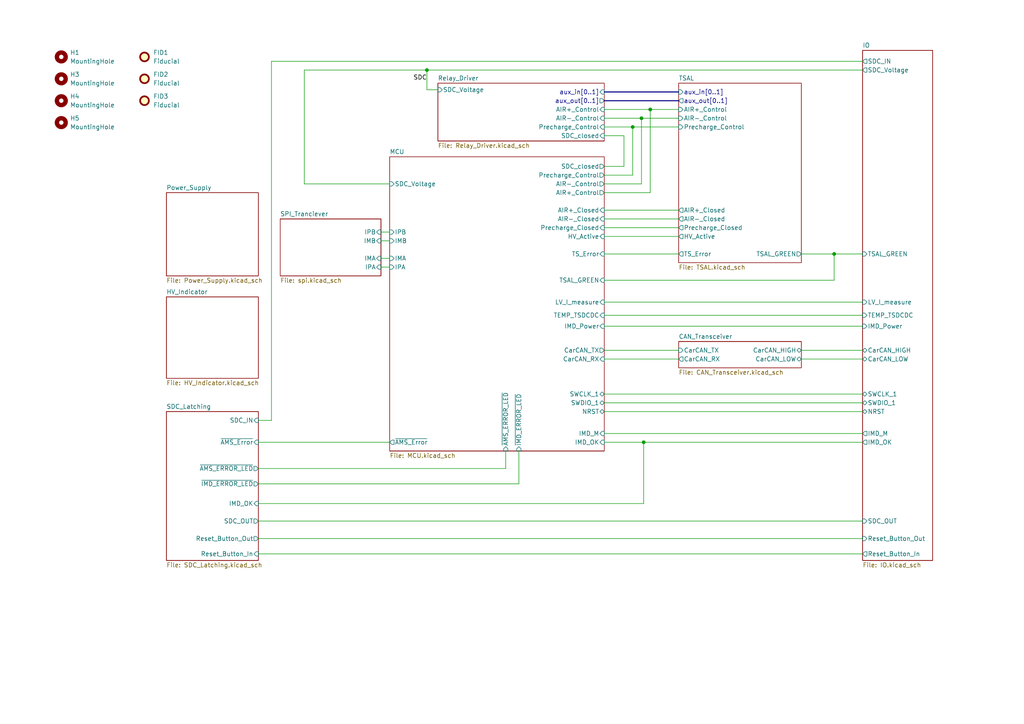
<source format=kicad_sch>
(kicad_sch
	(version 20231120)
	(generator "eeschema")
	(generator_version "8.0")
	(uuid "e63e39d7-6ac0-4ffd-8aa3-1841a4541b55")
	(paper "A4")
	(lib_symbols
		(symbol "Mechanical:Fiducial"
			(exclude_from_sim yes)
			(in_bom no)
			(on_board yes)
			(property "Reference" "FID"
				(at 0 5.08 0)
				(effects
					(font
						(size 1.27 1.27)
					)
				)
			)
			(property "Value" "Fiducial"
				(at 0 3.175 0)
				(effects
					(font
						(size 1.27 1.27)
					)
				)
			)
			(property "Footprint" ""
				(at 0 0 0)
				(effects
					(font
						(size 1.27 1.27)
					)
					(hide yes)
				)
			)
			(property "Datasheet" "~"
				(at 0 0 0)
				(effects
					(font
						(size 1.27 1.27)
					)
					(hide yes)
				)
			)
			(property "Description" "Fiducial Marker"
				(at 0 0 0)
				(effects
					(font
						(size 1.27 1.27)
					)
					(hide yes)
				)
			)
			(property "ki_keywords" "fiducial marker"
				(at 0 0 0)
				(effects
					(font
						(size 1.27 1.27)
					)
					(hide yes)
				)
			)
			(property "ki_fp_filters" "Fiducial*"
				(at 0 0 0)
				(effects
					(font
						(size 1.27 1.27)
					)
					(hide yes)
				)
			)
			(symbol "Fiducial_0_1"
				(circle
					(center 0 0)
					(radius 1.27)
					(stroke
						(width 0.508)
						(type default)
					)
					(fill
						(type background)
					)
				)
			)
		)
		(symbol "Mechanical:MountingHole"
			(pin_names
				(offset 1.016)
			)
			(exclude_from_sim yes)
			(in_bom no)
			(on_board yes)
			(property "Reference" "H"
				(at 0 5.08 0)
				(effects
					(font
						(size 1.27 1.27)
					)
				)
			)
			(property "Value" "MountingHole"
				(at 0 3.175 0)
				(effects
					(font
						(size 1.27 1.27)
					)
				)
			)
			(property "Footprint" ""
				(at 0 0 0)
				(effects
					(font
						(size 1.27 1.27)
					)
					(hide yes)
				)
			)
			(property "Datasheet" "~"
				(at 0 0 0)
				(effects
					(font
						(size 1.27 1.27)
					)
					(hide yes)
				)
			)
			(property "Description" "Mounting Hole without connection"
				(at 0 0 0)
				(effects
					(font
						(size 1.27 1.27)
					)
					(hide yes)
				)
			)
			(property "ki_keywords" "mounting hole"
				(at 0 0 0)
				(effects
					(font
						(size 1.27 1.27)
					)
					(hide yes)
				)
			)
			(property "ki_fp_filters" "MountingHole*"
				(at 0 0 0)
				(effects
					(font
						(size 1.27 1.27)
					)
					(hide yes)
				)
			)
			(symbol "MountingHole_0_1"
				(circle
					(center 0 0)
					(radius 1.27)
					(stroke
						(width 1.27)
						(type default)
					)
					(fill
						(type none)
					)
				)
			)
		)
	)
	(junction
		(at 241.935 73.66)
		(diameter 0)
		(color 0 0 0 0)
		(uuid "0a7f7cff-c29b-4cc6-9d26-e8a073329d15")
	)
	(junction
		(at 123.825 20.32)
		(diameter 0)
		(color 0 0 0 0)
		(uuid "408fafc3-a377-41a0-b7ba-93182cde2895")
	)
	(junction
		(at 186.69 128.27)
		(diameter 0)
		(color 0 0 0 0)
		(uuid "44793ef5-ff1a-4dd7-a42e-e257f8b8042e")
	)
	(junction
		(at 188.595 31.75)
		(diameter 0)
		(color 0 0 0 0)
		(uuid "4978de48-824e-4da0-ad6c-6a4aefa3ff9d")
	)
	(junction
		(at 183.515 36.83)
		(diameter 0)
		(color 0 0 0 0)
		(uuid "7c350bc1-d08e-421e-9df9-7d582d023d7d")
	)
	(junction
		(at 186.055 34.29)
		(diameter 0)
		(color 0 0 0 0)
		(uuid "a1e57cfd-14f7-4329-8eff-f9f55eb71a7d")
	)
	(wire
		(pts
			(xy 180.975 48.26) (xy 180.975 39.37)
		)
		(stroke
			(width 0)
			(type default)
		)
		(uuid "07f9dc8d-c0d0-4dc9-8401-f12e87290517")
	)
	(wire
		(pts
			(xy 188.595 55.88) (xy 188.595 31.75)
		)
		(stroke
			(width 0)
			(type default)
		)
		(uuid "161c37ee-859e-408a-bfc2-59491a96f951")
	)
	(wire
		(pts
			(xy 175.26 36.83) (xy 183.515 36.83)
		)
		(stroke
			(width 0)
			(type default)
		)
		(uuid "1860a00d-f6ff-4922-be20-059a8da73e09")
	)
	(wire
		(pts
			(xy 175.26 94.615) (xy 250.19 94.615)
		)
		(stroke
			(width 0)
			(type default)
		)
		(uuid "18e14012-8379-44ba-bc03-22592befc89a")
	)
	(wire
		(pts
			(xy 175.26 128.27) (xy 186.69 128.27)
		)
		(stroke
			(width 0)
			(type default)
		)
		(uuid "1b75a20a-67f1-4c22-93ad-86624ea64c65")
	)
	(wire
		(pts
			(xy 186.055 34.29) (xy 196.85 34.29)
		)
		(stroke
			(width 0)
			(type default)
		)
		(uuid "1db01ef0-e8ca-4592-b2d3-07fb736a1c26")
	)
	(wire
		(pts
			(xy 110.49 67.31) (xy 113.03 67.31)
		)
		(stroke
			(width 0)
			(type default)
		)
		(uuid "24f82c31-79c3-42d8-ae53-1dfc0417f292")
	)
	(wire
		(pts
			(xy 186.69 128.27) (xy 186.69 146.05)
		)
		(stroke
			(width 0)
			(type default)
		)
		(uuid "30e997bf-188f-4d9b-bd84-fbf9b303fdbc")
	)
	(bus
		(pts
			(xy 175.26 29.21) (xy 196.85 29.21)
		)
		(stroke
			(width 0)
			(type default)
		)
		(uuid "31ffb8c5-4965-42af-9ed5-2cde8d5c615d")
	)
	(wire
		(pts
			(xy 175.26 31.75) (xy 188.595 31.75)
		)
		(stroke
			(width 0)
			(type default)
		)
		(uuid "32c45256-301b-4d4b-9c80-908f3eaa6645")
	)
	(wire
		(pts
			(xy 78.74 17.78) (xy 250.19 17.78)
		)
		(stroke
			(width 0)
			(type default)
		)
		(uuid "39b04c6a-a164-49f1-abea-a3a32285d465")
	)
	(wire
		(pts
			(xy 175.26 81.28) (xy 241.935 81.28)
		)
		(stroke
			(width 0)
			(type default)
		)
		(uuid "3aeadea1-001e-4433-96d3-f973553a40ce")
	)
	(wire
		(pts
			(xy 88.265 53.34) (xy 113.03 53.34)
		)
		(stroke
			(width 0)
			(type default)
		)
		(uuid "43ff35e9-7cd8-4f62-aee2-70328842afeb")
	)
	(wire
		(pts
			(xy 74.93 156.21) (xy 250.19 156.21)
		)
		(stroke
			(width 0)
			(type default)
		)
		(uuid "4c72069e-2911-45fc-ac82-d63dbffe3b04")
	)
	(wire
		(pts
			(xy 183.515 36.83) (xy 183.515 50.8)
		)
		(stroke
			(width 0)
			(type default)
		)
		(uuid "4ec701c3-5b60-44fd-aa98-394de6f7caab")
	)
	(wire
		(pts
			(xy 188.595 31.75) (xy 196.85 31.75)
		)
		(stroke
			(width 0)
			(type default)
		)
		(uuid "51e28119-6df5-4157-ad5a-a917e8c3b6f3")
	)
	(wire
		(pts
			(xy 232.41 104.14) (xy 250.19 104.14)
		)
		(stroke
			(width 0)
			(type default)
		)
		(uuid "52f50848-80d1-428f-ab45-bb31bf0b1bf9")
	)
	(wire
		(pts
			(xy 110.49 77.47) (xy 113.03 77.47)
		)
		(stroke
			(width 0)
			(type default)
		)
		(uuid "54692d45-1676-44b5-883b-2bc41b0fdb8c")
	)
	(wire
		(pts
			(xy 74.93 140.335) (xy 150.495 140.335)
		)
		(stroke
			(width 0)
			(type default)
		)
		(uuid "56636031-e736-471a-aef1-0ac263156ba7")
	)
	(wire
		(pts
			(xy 175.26 73.66) (xy 196.85 73.66)
		)
		(stroke
			(width 0)
			(type default)
		)
		(uuid "59c97f32-e3dc-44cd-97bd-a21f9f2761ed")
	)
	(wire
		(pts
			(xy 175.26 50.8) (xy 183.515 50.8)
		)
		(stroke
			(width 0)
			(type default)
		)
		(uuid "619d8902-06d2-4923-bb65-cfa8d092be87")
	)
	(wire
		(pts
			(xy 74.93 128.27) (xy 113.03 128.27)
		)
		(stroke
			(width 0)
			(type default)
		)
		(uuid "6d2f0521-9da9-4af2-a499-d52735120f75")
	)
	(wire
		(pts
			(xy 110.49 69.85) (xy 113.03 69.85)
		)
		(stroke
			(width 0)
			(type default)
		)
		(uuid "6f739289-0d73-4828-8ed9-0bb5278b8b5b")
	)
	(wire
		(pts
			(xy 150.495 130.81) (xy 150.495 140.335)
		)
		(stroke
			(width 0)
			(type default)
		)
		(uuid "6f995fe1-0166-4ccb-ab08-e9ce4b1480ae")
	)
	(wire
		(pts
			(xy 175.26 114.3) (xy 250.19 114.3)
		)
		(stroke
			(width 0)
			(type default)
		)
		(uuid "72de219e-ea5c-4118-91e1-aa7450812977")
	)
	(wire
		(pts
			(xy 175.26 119.38) (xy 250.19 119.38)
		)
		(stroke
			(width 0)
			(type default)
		)
		(uuid "750042e4-ec72-4b72-a7a1-170d65b6a550")
	)
	(wire
		(pts
			(xy 74.93 121.92) (xy 78.74 121.92)
		)
		(stroke
			(width 0)
			(type default)
		)
		(uuid "78a24785-3b42-46fa-9caf-3fc007c85f2c")
	)
	(wire
		(pts
			(xy 241.935 73.66) (xy 250.19 73.66)
		)
		(stroke
			(width 0)
			(type default)
		)
		(uuid "79c4682b-6f04-465e-bf87-1364ab0de3e5")
	)
	(wire
		(pts
			(xy 241.935 73.66) (xy 241.935 81.28)
		)
		(stroke
			(width 0)
			(type default)
		)
		(uuid "7bf839f6-fe27-416f-b4fb-8b45d66e9c7a")
	)
	(wire
		(pts
			(xy 175.26 53.34) (xy 186.055 53.34)
		)
		(stroke
			(width 0)
			(type default)
		)
		(uuid "7eae9a3b-04d0-4025-90cb-4b284bd379ef")
	)
	(wire
		(pts
			(xy 123.825 26.035) (xy 127 26.035)
		)
		(stroke
			(width 0)
			(type default)
		)
		(uuid "7fe8261e-9374-4542-8746-31b48c970009")
	)
	(wire
		(pts
			(xy 88.265 20.32) (xy 88.265 53.34)
		)
		(stroke
			(width 0)
			(type default)
		)
		(uuid "86c8f75c-d22e-41f4-9b54-7366753afa46")
	)
	(wire
		(pts
			(xy 175.26 66.04) (xy 196.85 66.04)
		)
		(stroke
			(width 0)
			(type default)
		)
		(uuid "879ccb09-3504-4864-9c31-833d63a283d6")
	)
	(wire
		(pts
			(xy 175.26 34.29) (xy 186.055 34.29)
		)
		(stroke
			(width 0)
			(type default)
		)
		(uuid "8893e1cb-365b-4c9c-a85e-2244f030fd1e")
	)
	(wire
		(pts
			(xy 110.49 74.93) (xy 113.03 74.93)
		)
		(stroke
			(width 0)
			(type default)
		)
		(uuid "8b1d64f7-3258-49b4-92aa-93c8541190ba")
	)
	(wire
		(pts
			(xy 232.41 73.66) (xy 241.935 73.66)
		)
		(stroke
			(width 0)
			(type default)
		)
		(uuid "8f2e9e26-e3f1-440c-a826-c9d96000f0ea")
	)
	(wire
		(pts
			(xy 186.69 128.27) (xy 250.19 128.27)
		)
		(stroke
			(width 0)
			(type default)
		)
		(uuid "970ec349-aa6c-4058-9a8a-06f8b0ada789")
	)
	(wire
		(pts
			(xy 123.825 20.32) (xy 123.825 26.035)
		)
		(stroke
			(width 0)
			(type default)
		)
		(uuid "9eaca443-67c5-43d3-a2cb-8dc2134d743d")
	)
	(wire
		(pts
			(xy 175.26 87.63) (xy 250.19 87.63)
		)
		(stroke
			(width 0)
			(type default)
		)
		(uuid "a07ba9bc-6ee6-4356-918f-f47ec7cc369e")
	)
	(wire
		(pts
			(xy 74.93 160.655) (xy 250.19 160.655)
		)
		(stroke
			(width 0)
			(type default)
		)
		(uuid "a14d2587-5011-4932-895b-968b85fb9c29")
	)
	(wire
		(pts
			(xy 175.26 125.73) (xy 250.19 125.73)
		)
		(stroke
			(width 0)
			(type default)
		)
		(uuid "a268a543-1d94-4c7d-9e93-681aa6017876")
	)
	(wire
		(pts
			(xy 175.26 68.58) (xy 196.85 68.58)
		)
		(stroke
			(width 0)
			(type default)
		)
		(uuid "b509a92c-b91c-4e42-b9e3-f73c6491975d")
	)
	(wire
		(pts
			(xy 175.26 101.6) (xy 196.85 101.6)
		)
		(stroke
			(width 0)
			(type default)
		)
		(uuid "bbd9a530-d966-44db-b792-6b8364074399")
	)
	(wire
		(pts
			(xy 183.515 36.83) (xy 196.85 36.83)
		)
		(stroke
			(width 0)
			(type default)
		)
		(uuid "bd7c142b-1b4a-4e3e-891a-2fc7994c4031")
	)
	(wire
		(pts
			(xy 180.975 39.37) (xy 175.26 39.37)
		)
		(stroke
			(width 0)
			(type default)
		)
		(uuid "c4a85f6c-5ba7-40d8-af18-4a31720497a2")
	)
	(wire
		(pts
			(xy 175.26 116.84) (xy 250.19 116.84)
		)
		(stroke
			(width 0)
			(type default)
		)
		(uuid "c7fe1963-cd78-4101-8ef6-6dcc644a8e7d")
	)
	(wire
		(pts
			(xy 175.26 91.44) (xy 250.19 91.44)
		)
		(stroke
			(width 0)
			(type default)
		)
		(uuid "cca14e52-daa2-472f-b950-9a1276c72fee")
	)
	(bus
		(pts
			(xy 175.26 26.67) (xy 196.85 26.67)
		)
		(stroke
			(width 0)
			(type default)
		)
		(uuid "cea651cf-4b09-4040-866b-09f29baccde7")
	)
	(wire
		(pts
			(xy 74.93 151.13) (xy 250.19 151.13)
		)
		(stroke
			(width 0)
			(type default)
		)
		(uuid "d0c6c499-7a00-48b4-bd4b-891bbdb16994")
	)
	(wire
		(pts
			(xy 146.685 135.89) (xy 146.685 130.81)
		)
		(stroke
			(width 0)
			(type default)
		)
		(uuid "d316bfb3-2c73-4ff1-84e3-75c482cbfaa2")
	)
	(wire
		(pts
			(xy 175.26 104.14) (xy 196.85 104.14)
		)
		(stroke
			(width 0)
			(type default)
		)
		(uuid "d53b8b6f-dec9-4a34-9e59-6fc2f5bafc6c")
	)
	(wire
		(pts
			(xy 175.26 63.5) (xy 196.85 63.5)
		)
		(stroke
			(width 0)
			(type default)
		)
		(uuid "d88aee4c-fb2b-496d-98dc-785013c70a8c")
	)
	(wire
		(pts
			(xy 180.975 48.26) (xy 175.26 48.26)
		)
		(stroke
			(width 0)
			(type default)
		)
		(uuid "df7a4fb7-c0df-4747-a51c-5b6d57141fc8")
	)
	(wire
		(pts
			(xy 74.93 135.89) (xy 146.685 135.89)
		)
		(stroke
			(width 0)
			(type default)
		)
		(uuid "e0757bcb-e970-4f03-94f2-6301484ac229")
	)
	(wire
		(pts
			(xy 123.825 20.32) (xy 250.19 20.32)
		)
		(stroke
			(width 0)
			(type default)
		)
		(uuid "e4022d97-9262-4b9e-8880-03a4afd73d19")
	)
	(wire
		(pts
			(xy 74.93 146.05) (xy 186.69 146.05)
		)
		(stroke
			(width 0)
			(type default)
		)
		(uuid "ea203829-7c79-4d55-8c55-d3d8ecb641ef")
	)
	(wire
		(pts
			(xy 88.265 20.32) (xy 123.825 20.32)
		)
		(stroke
			(width 0)
			(type default)
		)
		(uuid "ec66eea5-ae96-4bf7-93db-2f86111f3986")
	)
	(wire
		(pts
			(xy 78.74 17.78) (xy 78.74 121.92)
		)
		(stroke
			(width 0)
			(type default)
		)
		(uuid "ef04e179-1035-430f-b8a3-37f6edb09c73")
	)
	(wire
		(pts
			(xy 232.41 101.6) (xy 250.19 101.6)
		)
		(stroke
			(width 0)
			(type default)
		)
		(uuid "f4eb62d3-6998-4510-806f-341547b3745d")
	)
	(wire
		(pts
			(xy 186.055 34.29) (xy 186.055 53.34)
		)
		(stroke
			(width 0)
			(type default)
		)
		(uuid "f883506b-40b7-4a33-8b08-87bb566721c7")
	)
	(wire
		(pts
			(xy 175.26 60.96) (xy 196.85 60.96)
		)
		(stroke
			(width 0)
			(type default)
		)
		(uuid "f9d34e50-92ea-47a4-8b48-a188792d1fba")
	)
	(wire
		(pts
			(xy 175.26 55.88) (xy 188.595 55.88)
		)
		(stroke
			(width 0)
			(type default)
		)
		(uuid "fa484b90-07b7-4a9e-9fea-6e2a33d9559c")
	)
	(label "SDC"
		(at 123.825 23.495 180)
		(fields_autoplaced yes)
		(effects
			(font
				(size 1.27 1.27)
				(color 0 0 0 1)
			)
			(justify right bottom)
		)
		(uuid "5a0c03f1-96bf-4aa0-a982-95eb41ebc984")
		(property "Netclass" "Relay"
			(at 123.825 24.765 0)
			(effects
				(font
					(size 1.27 1.27)
					(bold yes)
					(italic yes)
				)
				(justify right)
				(hide yes)
			)
		)
	)
	(symbol
		(lib_id "Mechanical:MountingHole")
		(at 17.78 16.51 0)
		(unit 1)
		(exclude_from_sim yes)
		(in_bom no)
		(on_board yes)
		(dnp no)
		(fields_autoplaced yes)
		(uuid "0a967dcf-cf87-4b53-bafc-12025984e67b")
		(property "Reference" "H1"
			(at 20.32 15.2399 0)
			(effects
				(font
					(size 1.27 1.27)
				)
				(justify left)
			)
		)
		(property "Value" "MountingHole"
			(at 20.32 17.7799 0)
			(effects
				(font
					(size 1.27 1.27)
				)
				(justify left)
			)
		)
		(property "Footprint" "MountingHole:MountingHole_3.2mm_M3"
			(at 17.78 16.51 0)
			(effects
				(font
					(size 1.27 1.27)
				)
				(hide yes)
			)
		)
		(property "Datasheet" "~"
			(at 17.78 16.51 0)
			(effects
				(font
					(size 1.27 1.27)
				)
				(hide yes)
			)
		)
		(property "Description" "Mounting Hole without connection"
			(at 17.78 16.51 0)
			(effects
				(font
					(size 1.27 1.27)
				)
				(hide yes)
			)
		)
		(instances
			(project "Master_FT25"
				(path "/e63e39d7-6ac0-4ffd-8aa3-1841a4541b55"
					(reference "H1")
					(unit 1)
				)
			)
		)
	)
	(symbol
		(lib_id "Mechanical:MountingHole")
		(at 17.78 35.56 0)
		(unit 1)
		(exclude_from_sim yes)
		(in_bom no)
		(on_board yes)
		(dnp no)
		(fields_autoplaced yes)
		(uuid "0b072f1d-7d2e-416a-a533-7e5d8d8d6b40")
		(property "Reference" "H5"
			(at 20.32 34.2899 0)
			(effects
				(font
					(size 1.27 1.27)
				)
				(justify left)
			)
		)
		(property "Value" "MountingHole"
			(at 20.32 36.8299 0)
			(effects
				(font
					(size 1.27 1.27)
				)
				(justify left)
			)
		)
		(property "Footprint" "MountingHole:MountingHole_3.2mm_M3"
			(at 17.78 35.56 0)
			(effects
				(font
					(size 1.27 1.27)
				)
				(hide yes)
			)
		)
		(property "Datasheet" "~"
			(at 17.78 35.56 0)
			(effects
				(font
					(size 1.27 1.27)
				)
				(hide yes)
			)
		)
		(property "Description" "Mounting Hole without connection"
			(at 17.78 35.56 0)
			(effects
				(font
					(size 1.27 1.27)
				)
				(hide yes)
			)
		)
		(instances
			(project "Master_FT25"
				(path "/e63e39d7-6ac0-4ffd-8aa3-1841a4541b55"
					(reference "H5")
					(unit 1)
				)
			)
		)
	)
	(symbol
		(lib_id "Mechanical:Fiducial")
		(at 41.91 29.21 0)
		(unit 1)
		(exclude_from_sim yes)
		(in_bom no)
		(on_board yes)
		(dnp no)
		(fields_autoplaced yes)
		(uuid "20cdaa43-65c8-4542-a3d9-8381e50d7078")
		(property "Reference" "FID3"
			(at 44.45 27.9399 0)
			(effects
				(font
					(size 1.27 1.27)
				)
				(justify left)
			)
		)
		(property "Value" "Fiducial"
			(at 44.45 30.4799 0)
			(effects
				(font
					(size 1.27 1.27)
				)
				(justify left)
			)
		)
		(property "Footprint" "Fiducial:Fiducial_1mm_Mask2mm"
			(at 41.91 29.21 0)
			(effects
				(font
					(size 1.27 1.27)
				)
				(hide yes)
			)
		)
		(property "Datasheet" "~"
			(at 41.91 29.21 0)
			(effects
				(font
					(size 1.27 1.27)
				)
				(hide yes)
			)
		)
		(property "Description" "Fiducial Marker"
			(at 41.91 29.21 0)
			(effects
				(font
					(size 1.27 1.27)
				)
				(hide yes)
			)
		)
		(instances
			(project "Master_FT25"
				(path "/e63e39d7-6ac0-4ffd-8aa3-1841a4541b55"
					(reference "FID3")
					(unit 1)
				)
			)
		)
	)
	(symbol
		(lib_id "Mechanical:Fiducial")
		(at 41.91 16.51 0)
		(unit 1)
		(exclude_from_sim yes)
		(in_bom no)
		(on_board yes)
		(dnp no)
		(fields_autoplaced yes)
		(uuid "45741e40-abdc-4d50-b317-939a5201ace5")
		(property "Reference" "FID1"
			(at 44.45 15.2399 0)
			(effects
				(font
					(size 1.27 1.27)
				)
				(justify left)
			)
		)
		(property "Value" "Fiducial"
			(at 44.45 17.7799 0)
			(effects
				(font
					(size 1.27 1.27)
				)
				(justify left)
			)
		)
		(property "Footprint" "Fiducial:Fiducial_1mm_Mask2mm"
			(at 41.91 16.51 0)
			(effects
				(font
					(size 1.27 1.27)
				)
				(hide yes)
			)
		)
		(property "Datasheet" "~"
			(at 41.91 16.51 0)
			(effects
				(font
					(size 1.27 1.27)
				)
				(hide yes)
			)
		)
		(property "Description" "Fiducial Marker"
			(at 41.91 16.51 0)
			(effects
				(font
					(size 1.27 1.27)
				)
				(hide yes)
			)
		)
		(instances
			(project "Master_FT25"
				(path "/e63e39d7-6ac0-4ffd-8aa3-1841a4541b55"
					(reference "FID1")
					(unit 1)
				)
			)
		)
	)
	(symbol
		(lib_id "Mechanical:MountingHole")
		(at 17.78 29.21 0)
		(unit 1)
		(exclude_from_sim yes)
		(in_bom no)
		(on_board yes)
		(dnp no)
		(fields_autoplaced yes)
		(uuid "6301e002-599c-4024-b369-a435c3498b7e")
		(property "Reference" "H4"
			(at 20.32 27.9399 0)
			(effects
				(font
					(size 1.27 1.27)
				)
				(justify left)
			)
		)
		(property "Value" "MountingHole"
			(at 20.32 30.4799 0)
			(effects
				(font
					(size 1.27 1.27)
				)
				(justify left)
			)
		)
		(property "Footprint" "MountingHole:MountingHole_3.2mm_M3"
			(at 17.78 29.21 0)
			(effects
				(font
					(size 1.27 1.27)
				)
				(hide yes)
			)
		)
		(property "Datasheet" "~"
			(at 17.78 29.21 0)
			(effects
				(font
					(size 1.27 1.27)
				)
				(hide yes)
			)
		)
		(property "Description" "Mounting Hole without connection"
			(at 17.78 29.21 0)
			(effects
				(font
					(size 1.27 1.27)
				)
				(hide yes)
			)
		)
		(instances
			(project "Master_FT25"
				(path "/e63e39d7-6ac0-4ffd-8aa3-1841a4541b55"
					(reference "H4")
					(unit 1)
				)
			)
		)
	)
	(symbol
		(lib_id "Mechanical:Fiducial")
		(at 41.91 22.86 0)
		(unit 1)
		(exclude_from_sim yes)
		(in_bom no)
		(on_board yes)
		(dnp no)
		(fields_autoplaced yes)
		(uuid "b3151b57-7e28-4545-b8a5-8cfdf967461d")
		(property "Reference" "FID2"
			(at 44.45 21.5899 0)
			(effects
				(font
					(size 1.27 1.27)
				)
				(justify left)
			)
		)
		(property "Value" "Fiducial"
			(at 44.45 24.1299 0)
			(effects
				(font
					(size 1.27 1.27)
				)
				(justify left)
			)
		)
		(property "Footprint" "Fiducial:Fiducial_1mm_Mask2mm"
			(at 41.91 22.86 0)
			(effects
				(font
					(size 1.27 1.27)
				)
				(hide yes)
			)
		)
		(property "Datasheet" "~"
			(at 41.91 22.86 0)
			(effects
				(font
					(size 1.27 1.27)
				)
				(hide yes)
			)
		)
		(property "Description" "Fiducial Marker"
			(at 41.91 22.86 0)
			(effects
				(font
					(size 1.27 1.27)
				)
				(hide yes)
			)
		)
		(instances
			(project "Master_FT25"
				(path "/e63e39d7-6ac0-4ffd-8aa3-1841a4541b55"
					(reference "FID2")
					(unit 1)
				)
			)
		)
	)
	(symbol
		(lib_id "Mechanical:MountingHole")
		(at 17.78 22.86 0)
		(unit 1)
		(exclude_from_sim yes)
		(in_bom no)
		(on_board yes)
		(dnp no)
		(fields_autoplaced yes)
		(uuid "d1527598-7f4d-46c2-9d81-1aa748b9fa8d")
		(property "Reference" "H3"
			(at 20.32 21.5899 0)
			(effects
				(font
					(size 1.27 1.27)
				)
				(justify left)
			)
		)
		(property "Value" "MountingHole"
			(at 20.32 24.1299 0)
			(effects
				(font
					(size 1.27 1.27)
				)
				(justify left)
			)
		)
		(property "Footprint" "MountingHole:MountingHole_3.2mm_M3"
			(at 17.78 22.86 0)
			(effects
				(font
					(size 1.27 1.27)
				)
				(hide yes)
			)
		)
		(property "Datasheet" "~"
			(at 17.78 22.86 0)
			(effects
				(font
					(size 1.27 1.27)
				)
				(hide yes)
			)
		)
		(property "Description" "Mounting Hole without connection"
			(at 17.78 22.86 0)
			(effects
				(font
					(size 1.27 1.27)
				)
				(hide yes)
			)
		)
		(instances
			(project "Master_FT25"
				(path "/e63e39d7-6ac0-4ffd-8aa3-1841a4541b55"
					(reference "H3")
					(unit 1)
				)
			)
		)
	)
	(sheet
		(at 48.26 119.38)
		(size 26.67 43.18)
		(fields_autoplaced yes)
		(stroke
			(width 0.1524)
			(type solid)
		)
		(fill
			(color 0 0 0 0.0000)
		)
		(uuid "1faf3ef0-baac-46e1-a293-a43d671ef048")
		(property "Sheetname" "SDC_Latching"
			(at 48.26 118.6684 0)
			(effects
				(font
					(size 1.27 1.27)
				)
				(justify left bottom)
			)
		)
		(property "Sheetfile" "SDC_Latching.kicad_sch"
			(at 48.26 163.1446 0)
			(effects
				(font
					(size 1.27 1.27)
				)
				(justify left top)
			)
		)
		(pin "Reset_Button_In" input
			(at 74.93 160.655 0)
			(effects
				(font
					(size 1.27 1.27)
				)
				(justify right)
			)
			(uuid "d29d350b-902b-4201-b78d-3987c1d43101")
		)
		(pin "Reset_Button_Out" output
			(at 74.93 156.21 0)
			(effects
				(font
					(size 1.27 1.27)
				)
				(justify right)
			)
			(uuid "b3467c47-149f-4dd6-96a3-1425c5e65cd6")
		)
		(pin "SDC_OUT" output
			(at 74.93 151.13 0)
			(effects
				(font
					(size 1.27 1.27)
				)
				(justify right)
			)
			(uuid "04195bc4-f957-489b-8e05-747e1a2601f4")
		)
		(pin "SDC_IN" input
			(at 74.93 121.92 0)
			(effects
				(font
					(size 1.27 1.27)
				)
				(justify right)
			)
			(uuid "92e1de3b-0808-4574-9811-f75c22fccddf")
		)
		(pin "~{AMS_Error}" input
			(at 74.93 128.27 0)
			(effects
				(font
					(size 1.27 1.27)
				)
				(justify right)
			)
			(uuid "d4f4818d-c3c7-4eeb-9c52-aad858d58f30")
		)
		(pin "IMD_OK" input
			(at 74.93 146.05 0)
			(effects
				(font
					(size 1.27 1.27)
				)
				(justify right)
			)
			(uuid "44e26c19-37fa-4e80-adb7-6f8f90521f09")
		)
		(pin "~{AMS_ERROR_LED}" output
			(at 74.93 135.89 0)
			(effects
				(font
					(size 1.27 1.27)
				)
				(justify right)
			)
			(uuid "db873ff3-3fa6-46f9-acf2-1776292c3326")
		)
		(pin "~{IMD_ERROR_LED}" output
			(at 74.93 140.335 0)
			(effects
				(font
					(size 1.27 1.27)
				)
				(justify right)
			)
			(uuid "1e0ea0b3-c0a4-42d3-b88d-ab6314267023")
		)
		(instances
			(project "Master_FT25"
				(path "/e63e39d7-6ac0-4ffd-8aa3-1841a4541b55"
					(page "10")
				)
			)
		)
	)
	(sheet
		(at 48.26 55.88)
		(size 26.67 24.13)
		(fields_autoplaced yes)
		(stroke
			(width 0.1524)
			(type solid)
		)
		(fill
			(color 0 0 0 0.0000)
		)
		(uuid "22dc17c4-8352-43f2-bb65-d704323b2333")
		(property "Sheetname" "Power_Supply"
			(at 48.26 55.1684 0)
			(effects
				(font
					(size 1.27 1.27)
				)
				(justify left bottom)
			)
		)
		(property "Sheetfile" "Power_Supply.kicad_sch"
			(at 48.26 80.5946 0)
			(effects
				(font
					(size 1.27 1.27)
				)
				(justify left top)
			)
		)
		(instances
			(project "Master_FT25"
				(path "/e63e39d7-6ac0-4ffd-8aa3-1841a4541b55"
					(page "8")
				)
			)
		)
	)
	(sheet
		(at 196.85 24.13)
		(size 35.56 52.07)
		(fields_autoplaced yes)
		(stroke
			(width 0.1524)
			(type solid)
		)
		(fill
			(color 0 0 0 0.0000)
		)
		(uuid "5ce1aa0c-f98f-4b94-80bd-f188cf4c57de")
		(property "Sheetname" "TSAL"
			(at 196.85 23.4184 0)
			(effects
				(font
					(size 1.27 1.27)
				)
				(justify left bottom)
			)
		)
		(property "Sheetfile" "TSAL.kicad_sch"
			(at 196.85 76.7846 0)
			(effects
				(font
					(size 1.27 1.27)
				)
				(justify left top)
			)
		)
		(pin "AIR-_Closed" output
			(at 196.85 63.5 180)
			(effects
				(font
					(size 1.27 1.27)
				)
				(justify left)
			)
			(uuid "7f4f978d-1e5d-4a43-b1bf-c4fa7649bd7e")
		)
		(pin "AIR-_Control" input
			(at 196.85 34.29 180)
			(effects
				(font
					(size 1.27 1.27)
				)
				(justify left)
			)
			(uuid "14206ec6-7d56-4612-a521-5201573867ec")
		)
		(pin "AIR+_Control" input
			(at 196.85 31.75 180)
			(effects
				(font
					(size 1.27 1.27)
				)
				(justify left)
			)
			(uuid "97639659-6003-4e23-b4ab-f30326d3a9e4")
		)
		(pin "AIR+_Closed" output
			(at 196.85 60.96 180)
			(effects
				(font
					(size 1.27 1.27)
				)
				(justify left)
			)
			(uuid "6395d9db-d4bc-4c2e-9617-d5b2bf2defa3")
		)
		(pin "HV_Active" output
			(at 196.85 68.58 180)
			(effects
				(font
					(size 1.27 1.27)
				)
				(justify left)
			)
			(uuid "9bc0c846-6b29-4e4d-a0d2-1bffadd4b174")
		)
		(pin "TS_Error" output
			(at 196.85 73.66 180)
			(effects
				(font
					(size 1.27 1.27)
				)
				(justify left)
			)
			(uuid "2448d2bd-f095-4512-bdbb-8c68f77aacaa")
		)
		(pin "Precharge_Closed" output
			(at 196.85 66.04 180)
			(effects
				(font
					(size 1.27 1.27)
				)
				(justify left)
			)
			(uuid "93060461-877f-42a6-80bd-dbb98ff86726")
		)
		(pin "Precharge_Control" input
			(at 196.85 36.83 180)
			(effects
				(font
					(size 1.27 1.27)
				)
				(justify left)
			)
			(uuid "1df4d53f-ddfd-42ee-ba3c-fb3c93ade126")
		)
		(pin "TSAL_GREEN" output
			(at 232.41 73.66 0)
			(effects
				(font
					(size 1.27 1.27)
				)
				(justify right)
			)
			(uuid "a160ed03-0ccc-4e23-a6c8-c4e67a7fba77")
		)
		(pin "aux_out[0..1]" output
			(at 196.85 29.21 180)
			(effects
				(font
					(size 1.27 1.27)
				)
				(justify left)
			)
			(uuid "3a27ae30-de5a-46bd-a378-0d864f446364")
		)
		(pin "aux_in[0..1]" input
			(at 196.85 26.67 180)
			(effects
				(font
					(size 1.27 1.27)
				)
				(justify left)
			)
			(uuid "40a61cef-d24c-4c64-82db-a7cffd21fb17")
		)
		(instances
			(project "Master_FT25"
				(path "/e63e39d7-6ac0-4ffd-8aa3-1841a4541b55"
					(page "2")
				)
			)
		)
	)
	(sheet
		(at 48.26 86.106)
		(size 26.67 23.622)
		(fields_autoplaced yes)
		(stroke
			(width 0.1524)
			(type solid)
		)
		(fill
			(color 0 0 0 0.0000)
		)
		(uuid "79aa61b0-3913-4dd5-85ac-a55bcc701429")
		(property "Sheetname" "HV_Indicator"
			(at 48.26 85.3944 0)
			(effects
				(font
					(size 1.27 1.27)
				)
				(justify left bottom)
			)
		)
		(property "Sheetfile" "HV_Indicator.kicad_sch"
			(at 48.26 110.3126 0)
			(effects
				(font
					(size 1.27 1.27)
				)
				(justify left top)
			)
		)
		(instances
			(project "Master_FT25"
				(path "/e63e39d7-6ac0-4ffd-8aa3-1841a4541b55"
					(page "11")
				)
			)
		)
	)
	(sheet
		(at 81.28 63.5)
		(size 29.21 16.51)
		(fields_autoplaced yes)
		(stroke
			(width 0.1524)
			(type solid)
		)
		(fill
			(color 0 0 0 0.0000)
		)
		(uuid "7ea6d794-d6f7-459d-b00f-ed5a8a0446d9")
		(property "Sheetname" "SPI_Tranciever"
			(at 81.28 62.7884 0)
			(effects
				(font
					(size 1.27 1.27)
				)
				(justify left bottom)
			)
		)
		(property "Sheetfile" "spi.kicad_sch"
			(at 81.28 80.5946 0)
			(effects
				(font
					(size 1.27 1.27)
				)
				(justify left top)
			)
		)
		(pin "IPB" input
			(at 110.49 67.31 0)
			(effects
				(font
					(size 1.27 1.27)
				)
				(justify right)
			)
			(uuid "12d18ded-a9ec-4a47-a265-cb4b48bd9928")
		)
		(pin "IMB" input
			(at 110.49 69.85 0)
			(effects
				(font
					(size 1.27 1.27)
				)
				(justify right)
			)
			(uuid "4f5cbb16-21f4-4acb-beed-5735b597fc51")
		)
		(pin "IMA" input
			(at 110.49 74.93 0)
			(effects
				(font
					(size 1.27 1.27)
				)
				(justify right)
			)
			(uuid "fd58e044-12b4-4992-9f63-d59e347d92a5")
		)
		(pin "IPA" input
			(at 110.49 77.47 0)
			(effects
				(font
					(size 1.27 1.27)
				)
				(justify right)
			)
			(uuid "212208da-4d93-4618-932d-5d0895edf826")
		)
		(instances
			(project "Master_FT25"
				(path "/e63e39d7-6ac0-4ffd-8aa3-1841a4541b55"
					(page "15")
				)
			)
		)
	)
	(sheet
		(at 127 24.13)
		(size 48.26 16.764)
		(fields_autoplaced yes)
		(stroke
			(width 0.1524)
			(type solid)
		)
		(fill
			(color 0 0 0 0.0000)
		)
		(uuid "95b8e8bb-175b-4c26-b28f-f18dafbb4793")
		(property "Sheetname" "Relay_Driver"
			(at 127 23.4184 0)
			(effects
				(font
					(size 1.27 1.27)
				)
				(justify left bottom)
			)
		)
		(property "Sheetfile" "Relay_Driver.kicad_sch"
			(at 127 41.4786 0)
			(effects
				(font
					(size 1.27 1.27)
				)
				(justify left top)
			)
		)
		(pin "AIR-_Control" input
			(at 175.26 34.29 0)
			(effects
				(font
					(size 1.27 1.27)
				)
				(justify right)
			)
			(uuid "7edf1e41-024c-4116-abe5-cfef0d5a0efc")
		)
		(pin "AIR+_Control" input
			(at 175.26 31.75 0)
			(effects
				(font
					(size 1.27 1.27)
				)
				(justify right)
			)
			(uuid "6e3f7547-4f06-4521-bf16-8b7f213f0b60")
		)
		(pin "Precharge_Control" input
			(at 175.26 36.83 0)
			(effects
				(font
					(size 1.27 1.27)
				)
				(justify right)
			)
			(uuid "64c41c50-b9c1-41ea-996a-a9c20799ff11")
		)
		(pin "SDC_Voltage" input
			(at 127 26.035 180)
			(effects
				(font
					(size 1.27 1.27)
				)
				(justify left)
			)
			(uuid "4d634957-f32f-40f3-8540-70e44430ba5a")
		)
		(pin "SDC_closed" input
			(at 175.26 39.37 0)
			(effects
				(font
					(size 1.27 1.27)
				)
				(justify right)
			)
			(uuid "4c65f1ce-a9bc-4c5f-8403-bedb975d8eb2")
		)
		(pin "aux_in[0..1]" input
			(at 175.26 26.67 0)
			(effects
				(font
					(size 1.27 1.27)
				)
				(justify right)
			)
			(uuid "a0072623-1ad2-4c3d-b0d5-098bfbb311da")
		)
		(pin "aux_out[0..1]" output
			(at 175.26 29.21 0)
			(effects
				(font
					(size 1.27 1.27)
				)
				(justify right)
			)
			(uuid "0fc7ea67-b071-4358-a645-c58a41afe997")
		)
		(instances
			(project "Master_FT25"
				(path "/e63e39d7-6ac0-4ffd-8aa3-1841a4541b55"
					(page "9")
				)
			)
		)
	)
	(sheet
		(at 113.03 45.466)
		(size 62.23 85.344)
		(fields_autoplaced yes)
		(stroke
			(width 0.1524)
			(type solid)
		)
		(fill
			(color 0 0 0 0.0000)
		)
		(uuid "9b70877c-37a9-427a-bda0-c62874ddc559")
		(property "Sheetname" "MCU"
			(at 113.03 44.7544 0)
			(effects
				(font
					(size 1.27 1.27)
				)
				(justify left bottom)
			)
		)
		(property "Sheetfile" "MCU.kicad_sch"
			(at 113.03 131.3946 0)
			(effects
				(font
					(size 1.27 1.27)
				)
				(justify left top)
			)
		)
		(pin "CarCAN_TX" output
			(at 175.26 101.6 0)
			(effects
				(font
					(size 1.27 1.27)
				)
				(justify right)
			)
			(uuid "f47ef6c8-b550-4302-a5a7-6ab5a6184e74")
		)
		(pin "SWCLK_1" bidirectional
			(at 175.26 114.3 0)
			(effects
				(font
					(size 1.27 1.27)
				)
				(justify right)
			)
			(uuid "605a061b-4108-46bb-8fff-97cfb674055b")
		)
		(pin "SWDIO_1" bidirectional
			(at 175.26 116.84 0)
			(effects
				(font
					(size 1.27 1.27)
				)
				(justify right)
			)
			(uuid "92a776b3-e16c-4951-958d-ef2fb53709a9")
		)
		(pin "CarCAN_RX" input
			(at 175.26 104.14 0)
			(effects
				(font
					(size 1.27 1.27)
				)
				(justify right)
			)
			(uuid "04553aed-dc09-4ba7-a9b1-ab4eaf95146d")
		)
		(pin "AIR+_Control" output
			(at 175.26 55.88 0)
			(effects
				(font
					(size 1.27 1.27)
				)
				(justify right)
			)
			(uuid "2269f88f-a85c-4266-ac04-95bf13eb0efd")
		)
		(pin "AIR-_Control" output
			(at 175.26 53.34 0)
			(effects
				(font
					(size 1.27 1.27)
				)
				(justify right)
			)
			(uuid "d79f89ef-7e64-42d3-9138-46893922b4a9")
		)
		(pin "HV_Active" input
			(at 175.26 68.58 0)
			(effects
				(font
					(size 1.27 1.27)
				)
				(justify right)
			)
			(uuid "c20f76e0-182a-4af7-a081-ae1f520a5b95")
		)
		(pin "AIR+_Closed" input
			(at 175.26 60.96 0)
			(effects
				(font
					(size 1.27 1.27)
				)
				(justify right)
			)
			(uuid "125a1f4f-2acf-4cea-9a03-25b35d16fb96")
		)
		(pin "AIR-_Closed" input
			(at 175.26 63.5 0)
			(effects
				(font
					(size 1.27 1.27)
				)
				(justify right)
			)
			(uuid "fbfd2a87-a250-44fd-96a7-e8079404fc85")
		)
		(pin "SDC_Voltage" input
			(at 113.03 53.34 180)
			(effects
				(font
					(size 1.27 1.27)
				)
				(justify left)
			)
			(uuid "3329bc08-3485-4d06-b547-eed9d73de875")
		)
		(pin "IMD_OK" input
			(at 175.26 128.27 0)
			(effects
				(font
					(size 1.27 1.27)
				)
				(justify right)
			)
			(uuid "2f1fce94-ecdd-445f-a70b-53aa628f7126")
		)
		(pin "TS_Error" input
			(at 175.26 73.66 0)
			(effects
				(font
					(size 1.27 1.27)
				)
				(justify right)
			)
			(uuid "e3623c8f-21c5-4339-8297-19f16439a3f4")
		)
		(pin "IMD_M" input
			(at 175.26 125.73 0)
			(effects
				(font
					(size 1.27 1.27)
				)
				(justify right)
			)
			(uuid "8bae7699-4069-414c-8d5a-73d7082e11e5")
		)
		(pin "Precharge_Control" output
			(at 175.26 50.8 0)
			(effects
				(font
					(size 1.27 1.27)
				)
				(justify right)
			)
			(uuid "cdca4c58-1262-4bde-80f4-02b467f8aafe")
		)
		(pin "Precharge_Closed" input
			(at 175.26 66.04 0)
			(effects
				(font
					(size 1.27 1.27)
				)
				(justify right)
			)
			(uuid "f2f0c2fe-7ac4-4a48-bfa7-9d0e6e156dc7")
		)
		(pin "~{AMS_Error}" output
			(at 113.03 128.27 180)
			(effects
				(font
					(size 1.27 1.27)
				)
				(justify left)
			)
			(uuid "65e84e94-ce74-43d6-a40c-f2a3cd2a6ac8")
		)
		(pin "IMB" input
			(at 113.03 69.85 180)
			(effects
				(font
					(size 1.27 1.27)
				)
				(justify left)
			)
			(uuid "9695f347-9a45-415a-a0c0-c9817bf10ea3")
		)
		(pin "IMA" input
			(at 113.03 74.93 180)
			(effects
				(font
					(size 1.27 1.27)
				)
				(justify left)
			)
			(uuid "a62c6dcb-8b7d-4a24-adec-3aba3d84e6ab")
		)
		(pin "IPA" input
			(at 113.03 77.47 180)
			(effects
				(font
					(size 1.27 1.27)
				)
				(justify left)
			)
			(uuid "409a6711-a53b-4ad0-a904-98393d158eed")
		)
		(pin "IPB" input
			(at 113.03 67.31 180)
			(effects
				(font
					(size 1.27 1.27)
				)
				(justify left)
			)
			(uuid "a0783acc-e661-4dd4-bb10-3985abf0e608")
		)
		(pin "~{IMD_ERROR_LED}" input
			(at 150.495 130.81 270)
			(effects
				(font
					(size 1.27 1.27)
				)
				(justify left)
			)
			(uuid "3c6c52fa-82f4-40f6-8656-08db2fe24843")
		)
		(pin "~{AMS_ERROR_LED}" input
			(at 146.685 130.81 270)
			(effects
				(font
					(size 1.27 1.27)
				)
				(justify left)
			)
			(uuid "98921bb8-c18c-427f-8b3d-3fbc3b24206d")
		)
		(pin "TSAL_GREEN" input
			(at 175.26 81.28 0)
			(effects
				(font
					(size 1.27 1.27)
				)
				(justify right)
			)
			(uuid "c8c1c101-9fca-4c91-b1ff-0ae7a322ed0e")
		)
		(pin "IMD_Power" input
			(at 175.26 94.615 0)
			(effects
				(font
					(size 1.27 1.27)
				)
				(justify right)
			)
			(uuid "b5f88973-9cf9-48af-a376-4344bfa40928")
		)
		(pin "NRST" bidirectional
			(at 175.26 119.38 0)
			(effects
				(font
					(size 1.27 1.27)
				)
				(justify right)
			)
			(uuid "e05a939d-5d9f-44c5-82f0-715cf4d59192")
		)
		(pin "TEMP_TSDCDC" input
			(at 175.26 91.44 0)
			(effects
				(font
					(size 1.27 1.27)
				)
				(justify right)
			)
			(uuid "bad1f67e-a092-4c65-b87d-da69f8343546")
		)
		(pin "LV_I_measure" input
			(at 175.26 87.63 0)
			(effects
				(font
					(size 1.27 1.27)
				)
				(justify right)
			)
			(uuid "df232280-6528-402f-ac89-b7daf1a541da")
		)
		(pin "SDC_closed" output
			(at 175.26 48.26 0)
			(effects
				(font
					(size 1.27 1.27)
				)
				(justify right)
			)
			(uuid "4a5bc6b5-50fc-478c-97e0-cca7410217ca")
		)
		(instances
			(project "Master_FT25"
				(path "/e63e39d7-6ac0-4ffd-8aa3-1841a4541b55"
					(page "7")
				)
			)
		)
	)
	(sheet
		(at 196.85 99.06)
		(size 35.56 7.62)
		(fields_autoplaced yes)
		(stroke
			(width 0.1524)
			(type solid)
		)
		(fill
			(color 0 0 0 0.0000)
		)
		(uuid "c358f375-f19f-4341-b85b-3ee34c210f74")
		(property "Sheetname" "CAN_Transceiver"
			(at 196.85 98.3484 0)
			(effects
				(font
					(size 1.27 1.27)
				)
				(justify left bottom)
			)
		)
		(property "Sheetfile" "CAN_Transceiver.kicad_sch"
			(at 196.85 107.2646 0)
			(effects
				(font
					(size 1.27 1.27)
				)
				(justify left top)
			)
		)
		(pin "CarCAN_HIGH" bidirectional
			(at 232.41 101.6 0)
			(effects
				(font
					(size 1.27 1.27)
				)
				(justify right)
			)
			(uuid "fa65e9f0-a816-4cfb-b357-ecef57b3b82d")
		)
		(pin "CarCAN_LOW" bidirectional
			(at 232.41 104.14 0)
			(effects
				(font
					(size 1.27 1.27)
				)
				(justify right)
			)
			(uuid "934324c6-b02c-4f3e-ac08-05f9d8568f0c")
		)
		(pin "CarCAN_RX" output
			(at 196.85 104.14 180)
			(effects
				(font
					(size 1.27 1.27)
				)
				(justify left)
			)
			(uuid "31629ba9-9ca0-47ad-8673-f9b3b28a9e35")
		)
		(pin "CarCAN_TX" input
			(at 196.85 101.6 180)
			(effects
				(font
					(size 1.27 1.27)
				)
				(justify left)
			)
			(uuid "8d8c23ec-d24d-4183-b1f7-cf9ad53f8460")
		)
		(instances
			(project "Master_FT25"
				(path "/e63e39d7-6ac0-4ffd-8aa3-1841a4541b55"
					(page "9")
				)
			)
		)
	)
	(sheet
		(at 250.19 14.605)
		(size 20.32 147.955)
		(fields_autoplaced yes)
		(stroke
			(width 0.1524)
			(type solid)
		)
		(fill
			(color 0 0 0 0.0000)
		)
		(uuid "e59bef98-744e-4b2e-ac94-b25961b27b6b")
		(property "Sheetname" "IO"
			(at 250.19 13.8934 0)
			(effects
				(font
					(size 1.27 1.27)
				)
				(justify left bottom)
			)
		)
		(property "Sheetfile" "IO.kicad_sch"
			(at 250.19 163.1446 0)
			(effects
				(font
					(size 1.27 1.27)
				)
				(justify left top)
			)
		)
		(pin "IMD_OK" output
			(at 250.19 128.27 180)
			(effects
				(font
					(size 1.27 1.27)
				)
				(justify left)
			)
			(uuid "73a53e5f-47d4-429e-b637-fe2428dc243a")
		)
		(pin "CarCAN_HIGH" bidirectional
			(at 250.19 101.6 180)
			(effects
				(font
					(size 1.27 1.27)
				)
				(justify left)
			)
			(uuid "cfd54fc9-5d46-422b-b49a-82ec9ef3d301")
		)
		(pin "CarCAN_LOW" bidirectional
			(at 250.19 104.14 180)
			(effects
				(font
					(size 1.27 1.27)
				)
				(justify left)
			)
			(uuid "4908e932-225b-41df-985d-1241673c0a49")
		)
		(pin "SDC_OUT" input
			(at 250.19 151.13 180)
			(effects
				(font
					(size 1.27 1.27)
				)
				(justify left)
			)
			(uuid "34508969-254e-4438-9b33-7cb21198ee8f")
		)
		(pin "SDC_IN" output
			(at 250.19 17.78 180)
			(effects
				(font
					(size 1.27 1.27)
				)
				(justify left)
			)
			(uuid "8495abc2-3730-425c-b838-1c99612cd81e")
		)
		(pin "SWCLK_1" bidirectional
			(at 250.19 114.3 180)
			(effects
				(font
					(size 1.27 1.27)
				)
				(justify left)
			)
			(uuid "437f6c45-8b21-41bf-8d1c-725319dff698")
		)
		(pin "SWDIO_1" bidirectional
			(at 250.19 116.84 180)
			(effects
				(font
					(size 1.27 1.27)
				)
				(justify left)
			)
			(uuid "e266763f-e667-425b-aba3-e0a9fc3d9f72")
		)
		(pin "Reset_Button_Out" input
			(at 250.19 156.21 180)
			(effects
				(font
					(size 1.27 1.27)
				)
				(justify left)
			)
			(uuid "7097514d-9ab0-49c8-801c-09b9f72ebdaa")
		)
		(pin "Reset_Button_In" output
			(at 250.19 160.655 180)
			(effects
				(font
					(size 1.27 1.27)
				)
				(justify left)
			)
			(uuid "27a983f6-d6be-4239-89dd-edb014519101")
		)
		(pin "IMD_M" output
			(at 250.19 125.73 180)
			(effects
				(font
					(size 1.27 1.27)
				)
				(justify left)
			)
			(uuid "a7ce4794-481c-4781-9ab5-060183fd78cb")
		)
		(pin "TSAL_GREEN" input
			(at 250.19 73.66 180)
			(effects
				(font
					(size 1.27 1.27)
				)
				(justify left)
			)
			(uuid "9a9624b0-654d-4442-8a3c-d3ea916177b2")
		)
		(pin "SDC_Voltage" output
			(at 250.19 20.32 180)
			(effects
				(font
					(size 1.27 1.27)
				)
				(justify left)
			)
			(uuid "65e03ba9-c7d9-4f9a-b3ef-d75fc55081ec")
		)
		(pin "IMD_Power" input
			(at 250.19 94.615 180)
			(effects
				(font
					(size 1.27 1.27)
				)
				(justify left)
			)
			(uuid "0765be10-6e68-4975-a0cd-2fc202579881")
		)
		(pin "LV_I_measure" input
			(at 250.19 87.63 180)
			(effects
				(font
					(size 1.27 1.27)
				)
				(justify left)
			)
			(uuid "3116f761-651c-42f1-ab1e-4176d18b069c")
		)
		(pin "NRST" bidirectional
			(at 250.19 119.38 180)
			(effects
				(font
					(size 1.27 1.27)
				)
				(justify left)
			)
			(uuid "ce49ebb2-e147-4bc0-822a-dcc07fca15cf")
		)
		(pin "TEMP_TSDCDC" input
			(at 250.19 91.44 180)
			(effects
				(font
					(size 1.27 1.27)
				)
				(justify left)
			)
			(uuid "6acb0152-a506-4b08-8ddd-869095583706")
		)
		(instances
			(project "Master_FT25"
				(path "/e63e39d7-6ac0-4ffd-8aa3-1841a4541b55"
					(page "12")
				)
			)
		)
	)
	(sheet_instances
		(path "/"
			(page "1")
		)
	)
)

</source>
